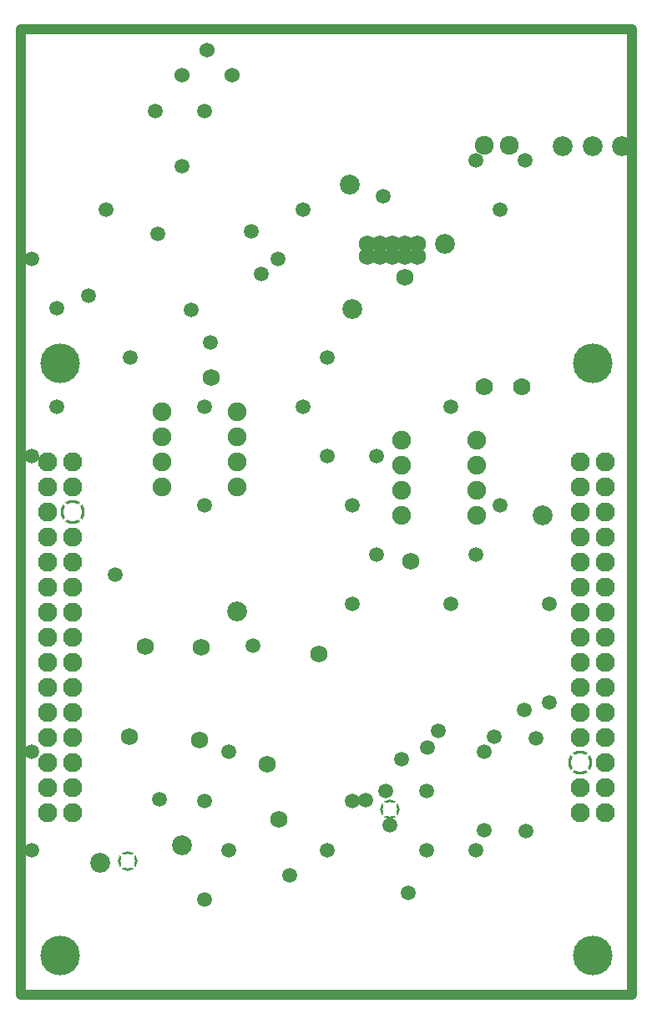
<source format=gbr>
G04 Layer_Physical_Order=5*
G04 Layer_Color=128*
%FSLAX26Y26*%
%MOIN*%
%TF.FileFunction,Copper,L5,Inr,Plane*%
%TF.Part,Single*%
G01*
G75*
%TA.AperFunction,ComponentPad*%
%ADD30C,0.060000*%
%TA.AperFunction,NonConductor*%
%ADD34C,0.040000*%
%TA.AperFunction,ComponentPad*%
%ADD35C,0.075433*%
%ADD36C,0.068000*%
%TA.AperFunction,ViaPad*%
%ADD38C,0.158110*%
%TA.AperFunction,ComponentPad*%
%ADD39C,0.070000*%
%ADD40C,0.075827*%
%ADD41C,0.076024*%
G04:AMPARAMS|DCode=42|XSize=96.024mil|YSize=96.024mil|CornerRadius=0mil|HoleSize=0mil|Usage=FLASHONLY|Rotation=0.000|XOffset=0mil|YOffset=0mil|HoleType=Round|Shape=Relief|Width=10mil|Gap=10mil|Entries=4|*
%AMTHD42*
7,0,0,0.096024,0.076024,0.010000,45*
%
%ADD42THD42*%
%ADD43C,0.079370*%
%TA.AperFunction,ViaPad*%
%ADD44C,0.068000*%
%ADD45C,0.059685*%
G04:AMPARAMS|DCode=47|XSize=79.685mil|YSize=79.685mil|CornerRadius=0mil|HoleSize=0mil|Usage=FLASHONLY|Rotation=0.000|XOffset=0mil|YOffset=0mil|HoleType=Round|Shape=Relief|Width=10mil|Gap=10mil|Entries=4|*
%AMTHD47*
7,0,0,0.079685,0.059685,0.010000,45*
%
%ADD47THD47*%
D30*
X-741000Y798998D02*
D03*
X-641000Y698998D02*
D03*
X-841000D02*
D03*
D34*
X-1485110Y-2970112D02*
Y881998D01*
X955944D01*
X955946Y-2970112D01*
X-1485110D02*
X955946D01*
D35*
X-919000Y-643002D02*
D03*
Y-743002D02*
D03*
Y-843002D02*
D03*
Y-943002D02*
D03*
X-619000Y-643002D02*
D03*
Y-743002D02*
D03*
Y-843002D02*
D03*
Y-943002D02*
D03*
X335716Y-1057592D02*
D03*
Y-957592D02*
D03*
Y-857592D02*
D03*
Y-757592D02*
D03*
X35716Y-1057592D02*
D03*
Y-957592D02*
D03*
Y-857592D02*
D03*
Y-757592D02*
D03*
D36*
X-100000Y-25000D02*
D03*
Y25000D02*
D03*
X-50000Y-25000D02*
D03*
Y25000D02*
D03*
X0Y-25000D02*
D03*
Y25000D02*
D03*
X50000Y-25000D02*
D03*
Y25000D02*
D03*
X100000Y-25000D02*
D03*
Y25000D02*
D03*
D38*
X798464Y-450316D02*
D03*
X-1327520D02*
D03*
X798464Y-2812522D02*
D03*
X-1327520D02*
D03*
D39*
X366536Y-543900D02*
D03*
X516142D02*
D03*
D40*
X367000Y419998D02*
D03*
X467000D02*
D03*
D41*
X-1277520Y-2244018D02*
D03*
Y-2144018D02*
D03*
Y-2044018D02*
D03*
Y-1944018D02*
D03*
Y-1844018D02*
D03*
Y-1744018D02*
D03*
Y-1644018D02*
D03*
Y-1544018D02*
D03*
Y-1444018D02*
D03*
Y-1344018D02*
D03*
Y-1244018D02*
D03*
Y-1144018D02*
D03*
Y-944018D02*
D03*
Y-844018D02*
D03*
X-1377520Y-2244018D02*
D03*
Y-2144018D02*
D03*
Y-2044018D02*
D03*
Y-1944018D02*
D03*
Y-1844018D02*
D03*
Y-1744018D02*
D03*
Y-1644018D02*
D03*
Y-1544018D02*
D03*
Y-1444018D02*
D03*
Y-1344018D02*
D03*
Y-1244018D02*
D03*
Y-1144018D02*
D03*
Y-1044018D02*
D03*
Y-944018D02*
D03*
Y-844018D02*
D03*
X748464D02*
D03*
Y-944018D02*
D03*
Y-1044018D02*
D03*
Y-1144018D02*
D03*
Y-1244018D02*
D03*
Y-1344018D02*
D03*
Y-1444018D02*
D03*
Y-1544018D02*
D03*
Y-1644018D02*
D03*
Y-1744018D02*
D03*
Y-1844018D02*
D03*
Y-1944018D02*
D03*
Y-2144018D02*
D03*
Y-2244018D02*
D03*
X848464Y-844018D02*
D03*
Y-944018D02*
D03*
Y-1044018D02*
D03*
Y-1144018D02*
D03*
Y-1244018D02*
D03*
Y-1344018D02*
D03*
Y-1444018D02*
D03*
Y-1544018D02*
D03*
Y-1644018D02*
D03*
Y-1744018D02*
D03*
Y-1844018D02*
D03*
Y-1944018D02*
D03*
Y-2044018D02*
D03*
Y-2144018D02*
D03*
Y-2244018D02*
D03*
D42*
X-1277520Y-1044018D02*
D03*
X748464Y-2044018D02*
D03*
D43*
X-162000Y-235002D02*
D03*
X-618999Y-1440999D02*
D03*
X209000Y26998D02*
D03*
X-841536Y-2372522D02*
D03*
X916574Y415824D02*
D03*
X798464D02*
D03*
X680354D02*
D03*
X-1166536Y-2442522D02*
D03*
X-170000Y260998D02*
D03*
X598464Y-1057522D02*
D03*
D44*
X-986000Y-1582000D02*
D03*
X-1050000Y-1940000D02*
D03*
X-500110Y-2050112D02*
D03*
X-770000Y-1955000D02*
D03*
X-453308Y-2271112D02*
D03*
X-293306Y-1612206D02*
D03*
X-723000Y-507002D02*
D03*
X-764110Y-1584410D02*
D03*
X50000Y-107040D02*
D03*
X73000Y-1240000D02*
D03*
D45*
X140000Y-1985000D02*
D03*
X-10000Y-2295000D02*
D03*
X365000Y-2315000D02*
D03*
X528228Y360354D02*
D03*
X626654Y-1411299D02*
D03*
Y-1805000D02*
D03*
X331378Y360354D02*
D03*
X429803Y163504D02*
D03*
Y-1017598D02*
D03*
X331378Y-1214449D02*
D03*
Y-2395551D02*
D03*
X232953Y-623898D02*
D03*
Y-1411299D02*
D03*
X134528Y-2395551D02*
D03*
X-62323Y-820748D02*
D03*
Y-1214449D02*
D03*
X-259173Y-427047D02*
D03*
Y-820748D02*
D03*
X-160748Y-1017598D02*
D03*
Y-1411299D02*
D03*
Y-2198701D02*
D03*
X-259173Y-2395551D02*
D03*
X-357598Y163504D02*
D03*
X-456024Y-33346D02*
D03*
X-357598Y-623898D02*
D03*
X-652874Y-2001850D02*
D03*
Y-2395551D02*
D03*
X-751299Y557205D02*
D03*
Y-623898D02*
D03*
Y-1017598D02*
D03*
Y-2198701D02*
D03*
Y-2592402D02*
D03*
X-948150Y557205D02*
D03*
X-1046575Y-427047D02*
D03*
X-1145000Y163504D02*
D03*
X-1440276Y-33346D02*
D03*
X-1341850Y-230197D02*
D03*
Y-623898D02*
D03*
X-1440276Y-820748D02*
D03*
Y-2001850D02*
D03*
Y-2395551D02*
D03*
X-410000Y-2495000D02*
D03*
X525000Y-1835000D02*
D03*
X405000Y-1940000D02*
D03*
X365000Y-2000000D02*
D03*
X-929518Y-2191042D02*
D03*
X-37494Y214998D02*
D03*
X-803000Y-238002D02*
D03*
X-840000Y334998D02*
D03*
X-1215000Y-180002D02*
D03*
X571694Y-1947206D02*
D03*
X34836Y-2031206D02*
D03*
X-558416Y-1577316D02*
D03*
X-525110Y-93892D02*
D03*
X-1106416Y-1295316D02*
D03*
X-936536Y67478D02*
D03*
X-726536Y-367522D02*
D03*
X183464Y-1917522D02*
D03*
X533464Y-2317522D02*
D03*
X63464Y-2562522D02*
D03*
X-28308Y-2158978D02*
D03*
X-107048Y-2194412D02*
D03*
X137046Y-2158978D02*
D03*
X-564000Y77000D02*
D03*
D47*
X-10000Y-2230000D02*
D03*
X-1056536Y-2437522D02*
D03*
%TF.MD5,cdd29f97653e3c1c4dace1a8ec6ad482*%
M02*

</source>
